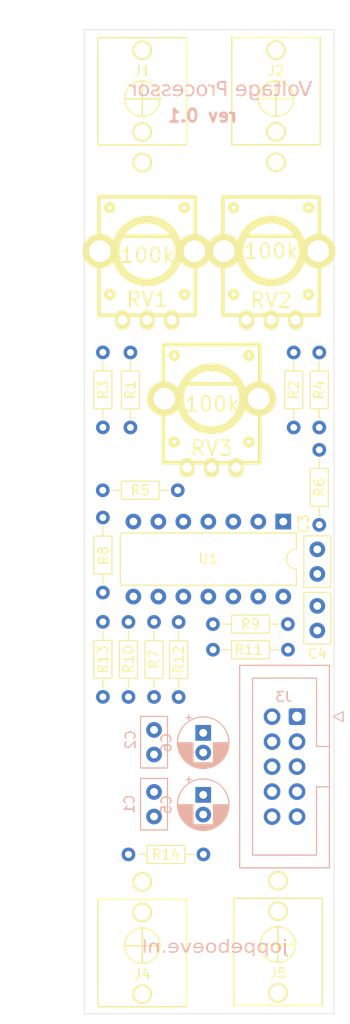
<source format=kicad_pcb>
(kicad_pcb (version 20240108) (generator "pcbnew") (generator_version "8.0")
  (title_block (title "Voltage Processor") (date "2024-07-28") (rev "0.1") (company "joppeboeve.nl"))
  (layers (0 "F.Cu" signal) (31 "B.Cu" signal) (34 "B.Paste" user) (35 "F.Paste" user) (36 "B.SilkS" user "B.Silkscreen") (37 "F.SilkS" user "F.Silkscreen") (38 "B.Mask" user) (39 "F.Mask" user) (44 "Edge.Cuts" user))
  (net 0 "")
  (net 1 "+12V")
  (net 2 "GND")
  (net 3 "-12V")
  (net 4 "Net-(J2-Pad3)")
  (net 5 "Net-(U1A--)")
  (net 7 "Net-(U1C--)")
  (net 8 "Net-(U1B--)")
  (net 9 "Net-(J4-Pad3)")
  (net 10 "Net-(R7-Pad1)")
  (net 11 "Net-(J5-Pad3)")
  (net 12 "Net-(U1D--)")
  (net 14 "Net-(U1D-+)")
  (net 15 "Net-(R1-Pad1)")
  (net 16 "Net-(R2-Pad1)")
  (net 17 "Net-(R3-Pad2)")
  (net 18 "Net-(R4-Pad2)")
  (net 19 "Net-(J1-Pad3)")
  (net 20 "Net-(R10-Pad2)")
  (net 21 "Net-(R12-Pad2)")
  (footprint "Resistor_THT:R_Axial_DIN0204_L3.6mm_D1.6mm_P7.62mm_Horizontal" (layer "F.Cu") (at 118.7 89.55 -90)
    (property "Reference" "R4" (at 3.81 0 90) (layer "F.SilkS"))
    (property "Value" "100k")
    (pad "1" thru_hole circle (at 0 0 270) (size 1.4 1.4) (drill 0.7) (layers "*.Cu" "*.Mask") (net 5 "Net-(U1A--)"))
    (pad "2" thru_hole oval (at 7.62 0 270) (size 1.4 1.4) (drill 0.7) (layers "*.Cu" "*.Mask") (net 18 "Net-(R4-Pad2)"))
  )
  (footprint "Resistor_THT:R_Axial_DIN0204_L3.6mm_D1.6mm_P7.62mm_Horizontal" (layer "F.Cu") (at 99.3 124.55 90)
    (property "Reference" "R10" (at 3.81 0 90) (layer "F.SilkS"))
    (property "Value" "100k")
    (pad "1" thru_hole circle (at 0 0 90) (size 1.4 1.4) (drill 0.7) (layers "*.Cu" "*.Mask") (net 7 "Net-(U1C--)"))
    (pad "2" thru_hole oval (at 7.62 0 90) (size 1.4 1.4) (drill 0.7) (layers "*.Cu" "*.Mask") (net 20 "Net-(R10-Pad2)"))
  )
  (footprint "Capacitor_THT:C_Disc_D5.0mm_W2.5mm_P2.50mm" (layer "F.Cu") (at 118.5 117.8 90)
    (property "Reference" "C4" (at -2.35 0 0) (layer "F.SilkS"))
    (property "Value" "0.1uF")
    (pad "1" thru_hole circle (at 0 0 90) (size 1.6 1.6) (drill 0.8) (layers "*.Cu" "*.Mask") (net 2 "GND"))
    (pad "2" thru_hole circle (at 2.5 0 90) (size 1.6 1.6) (drill 0.8) (layers "*.Cu" "*.Mask") (net 3 "-12V"))
  )
  (footprint "Capacitor_THT:C_Disc_D5.0mm_W2.5mm_P2.50mm" (layer "F.Cu") (at 118.5 109.55 -90)
    (property "Reference" "C3" (at -2.6 1.4 -90) (layer "F.SilkS"))
    (property "Value" "0.1uF")
    (pad "1" thru_hole circle (at 0 0 270) (size 1.6 1.6) (drill 0.8) (layers "*.Cu" "*.Mask") (net 1 "+12V"))
    (pad "2" thru_hole circle (at 2.5 0 270) (size 1.6 1.6) (drill 0.8) (layers "*.Cu" "*.Mask") (net 2 "GND"))
  )
  (footprint "Eurocad:PJ301M-12" (layer "F.Cu") (at 100.7 149.83 180)
    (property "Reference" "J4" (at 0 -2.92 0) (layer "F.SilkS"))
    (property "Value" "PJ301M-12")
    (pad "1" thru_hole circle (at 0 6.48 180) (size 2 1.8) (drill 1.6) (layers "*.Cu" "*.Mask" "F.SilkS") (net 2 "GND"))
    (pad "2" thru_hole circle (at 0 3.38 180) (size 2 1.8) (drill 1.6) (layers "*.Cu" "*.Mask" "F.SilkS"))
    (pad "3" thru_hole circle (at 0 -4.92 180) (size 2 1.8) (drill 1.6) (layers "*.Cu" "*.Mask" "F.SilkS") (net 9 "Net-(J4-Pad3)"))
  )
  (footprint "Resistor_THT:R_Axial_DIN0204_L3.6mm_D1.6mm_P7.62mm_Horizontal" (layer "F.Cu") (at 99.5 89.55 -90)
    (property "Reference" "R1" (at 3.81 0 90) (layer "F.SilkS"))
    (property "Value" "100k")
    (pad "1" thru_hole circle (at 0 0 270) (size 1.4 1.4) (drill 0.7) (layers "*.Cu" "*.Mask") (net 15 "Net-(R1-Pad1)"))
    (pad "2" thru_hole oval (at 7.62 0 270) (size 1.4 1.4) (drill 0.7) (layers "*.Cu" "*.Mask") (net 8 "Net-(U1B--)"))
  )
  (footprint "Resistor_THT:R_Axial_DIN0204_L3.6mm_D1.6mm_P7.62mm_Horizontal" (layer "F.Cu") (at 118.7 99.44 -90)
    (property "Reference" "R6" (at 3.81 0 90) (layer "F.SilkS"))
    (property "Value" "100k")
    (pad "1" thru_hole circle (at 0 0 270) (size 1.4 1.4) (drill 0.7) (layers "*.Cu" "*.Mask") (net 18 "Net-(R4-Pad2)"))
    (pad "2" thru_hole oval (at 7.62 0 270) (size 1.4 1.4) (drill 0.7) (layers "*.Cu" "*.Mask") (net 7 "Net-(U1C--)"))
  )
  (footprint "libararies:trimmer_alps-rk09k1130ah1" (layer "F.Cu") (at 113.8 79.25)
    (property "Reference" "RV2" (at 0 5 0) (layer "F.SilkS") (effects (font (size 1.50114 1.50114) (thickness 0.20066))))
    (property "Value" "100k" (at 0 0 0) (layer "F.SilkS") (effects (font (size 1.50114 1.50114) (thickness 0.20066))))
    (pad "" thru_hole circle (at -4.8 0) (size 3.5 3.5) (drill 2.2) (layers "*.Cu" "*.Mask" "F.SilkS"))
    (pad "" thru_hole circle (at 4.8 0) (size 3.5 3.5) (drill 2.2) (layers "*.Cu" "*.Mask" "F.SilkS"))
    (pad "1" thru_hole oval (at -2.5 7) (size 1.5 2) (drill 1) (layers "*.Cu" "*.Mask" "F.SilkS") (net 2 "GND"))
    (pad "2" thru_hole oval (at 0 7) (size 1.5 2) (drill 1) (layers "*.Cu" "*.Mask" "F.SilkS") (net 16 "Net-(R2-Pad1)"))
    (pad "3" thru_hole oval (at 2.5 7) (size 1.5 2) (drill 1) (layers "*.Cu" "*.Mask" "F.SilkS") (net 4 "Net-(J2-Pad3)"))
  )
  (footprint "Resistor_THT:R_Axial_DIN0204_L3.6mm_D1.6mm_P7.62mm_Horizontal" (layer "F.Cu") (at 96.69 103.55)
    (property "Reference" "R5" (at 3.81 0 0) (layer "F.SilkS"))
    (property "Value" "100k")
    (pad "1" thru_hole circle (at 0 0) (size 1.4 1.4) (drill 0.7) (layers "*.Cu" "*.Mask") (net 17 "Net-(R3-Pad2)"))
    (pad "2" thru_hole oval (at 7.62 0) (size 1.4 1.4) (drill 0.7) (layers "*.Cu" "*.Mask") (net 7 "Net-(U1C--)"))
  )
  (footprint "Resistor_THT:R_Axial_DIN0204_L3.6mm_D1.6mm_P7.62mm_Horizontal" (layer "F.Cu") (at 96.7 106.32 -90)
    (property "Reference" "R8" (at 3.88 -0.05 90) (layer "F.SilkS"))
    (property "Value" "100k")
    (pad "1" thru_hole circle (at 0 0 270) (size 1.4 1.4) (drill 0.7) (layers "*.Cu" "*.Mask") (net 17 "Net-(R3-Pad2)"))
    (pad "2" thru_hole oval (at 7.62 0 270) (size 1.4 1.4) (drill 0.7) (layers "*.Cu" "*.Mask") (net 12 "Net-(U1D--)"))
  )
  (footprint "Resistor_THT:R_Axial_DIN0204_L3.6mm_D1.6mm_P7.62mm_Horizontal" (layer "F.Cu") (at 104.4 116.94 -90)
    (property "Reference" "R12" (at 3.81 0 90) (layer "F.SilkS"))
    (property "Value" "100k")
    (pad "1" thru_hole circle (at 0 0 270) (size 1.4 1.4) (drill 0.7) (layers "*.Cu" "*.Mask") (net 12 "Net-(U1D--)"))
    (pad "2" thru_hole oval (at 7.62 0 270) (size 1.4 1.4) (drill 0.7) (layers "*.Cu" "*.Mask") (net 21 "Net-(R12-Pad2)"))
  )
  (footprint "Resistor_THT:R_Axial_DIN0204_L3.6mm_D1.6mm_P7.62mm_Horizontal" (layer "F.Cu") (at 99.3 140.55)
    (property "Reference" "R14" (at 3.81 0 0) (layer "F.SilkS"))
    (property "Value" "1k")
    (pad "1" thru_hole circle (at 0 0) (size 1.4 1.4) (drill 0.7) (layers "*.Cu" "*.Mask") (net 21 "Net-(R12-Pad2)"))
    (pad "2" thru_hole oval (at 7.62 0) (size 1.4 1.4) (drill 0.7) (layers "*.Cu" "*.Mask") (net 11 "Net-(J5-Pad3)"))
  )
  (footprint "libararies:trimmer_alps-rk09k1130ah1" (layer "F.Cu") (at 101.2 79.25)
    (property "Reference" "RV1" (at 0 4.92175 0) (layer "F.SilkS") (effects (font (size 1.50114 1.50114) (thickness 0.20066))))
    (property "Value" "100k" (at 0 0.42175 0) (layer "F.SilkS") (effects (font (size 1.50114 1.50114) (thickness 0.20066))))
    (pad "" thru_hole circle (at -4.8 0) (size 3.5 3.5) (drill 2.2) (layers "*.Cu" "*.Mask" "F.SilkS"))
    (pad "" thru_hole circle (at 4.8 0) (size 3.5 3.5) (drill 2.2) (layers "*.Cu" "*.Mask" "F.SilkS"))
    (pad "1" thru_hole oval (at -2.5 7) (size 1.5 2) (drill 1) (layers "*.Cu" "*.Mask" "F.SilkS") (net 2 "GND"))
    (pad "2" thru_hole oval (at 0 7) (size 1.5 2) (drill 1) (layers "*.Cu" "*.Mask" "F.SilkS") (net 15 "Net-(R1-Pad1)"))
    (pad "3" thru_hole oval (at 2.5 7) (size 1.5 2) (drill 1) (layers "*.Cu" "*.Mask" "F.SilkS") (net 19 "Net-(J1-Pad3)"))
  )
  (footprint "Eurocad:PJ301M-12" (layer "F.Cu") (at 114.5 149.7025 180)
    (property "Reference" "J5" (at 0 -2.92 0) (layer "F.SilkS"))
    (property "Value" "PJ301M-12")
    (pad "1" thru_hole circle (at 0 6.48 180) (size 2 1.8) (drill 1.6) (layers "*.Cu" "*.Mask" "F.SilkS") (net 2 "GND"))
    (pad "2" thru_hole circle (at 0 3.38 180) (size 2 1.8) (drill 1.6) (layers "*.Cu" "*.Mask" "F.SilkS"))
    (pad "3" thru_hole circle (at 0 -4.92 180) (size 2 1.8) (drill 1.6) (layers "*.Cu" "*.Mask" "F.SilkS") (net 11 "Net-(J5-Pad3)"))
  )
  (footprint "Resistor_THT:R_Axial_DIN0204_L3.6mm_D1.6mm_P7.62mm_Horizontal" (layer "F.Cu") (at 96.7 89.54 -90)
    (property "Reference" "R3" (at 3.81 0 90) (layer "F.SilkS"))
    (property "Value" "100k")
    (pad "1" thru_hole circle (at 0 0 270) (size 1.4 1.4) (drill 0.7) (layers "*.Cu" "*.Mask") (net 8 "Net-(U1B--)"))
    (pad "2" thru_hole oval (at 7.62 0 270) (size 1.4 1.4) (drill 0.7) (layers "*.Cu" "*.Mask") (net 17 "Net-(R3-Pad2)"))
  )
  (footprint "libararies:trimmer_alps-rk09k1130ah1" (layer "F.Cu") (at 107.75 94.25)
    (property "Reference" "RV3" (at 0 5.035 0) (layer "F.SilkS") (effects (font (size 1.50114 1.50114) (thickness 0.20066))))
    (property "Value" "100k" (at 0.046 0.535 0) (layer "F.SilkS") (effects (font (size 1.50114 1.50114) (thickness 0.20066))))
    (pad "" thru_hole circle (at -4.8 0) (size 3.5 3.5) (drill 2.2) (layers "*.Cu" "*.Mask" "F.SilkS"))
    (pad "" thru_hole circle (at 4.8 0) (size 3.5 3.5) (drill 2.2) (layers "*.Cu" "*.Mask" "F.SilkS"))
    (pad "1" thru_hole oval (at -2.5 7) (size 1.5 2) (drill 1) (layers "*.Cu" "*.Mask" "F.SilkS") (net 1 "+12V"))
    (pad "2" thru_hole oval (at 0 7) (size 1.5 2) (drill 1) (layers "*.Cu" "*.Mask" "F.SilkS") (net 10 "Net-(R7-Pad1)"))
    (pad "3" thru_hole oval (at 2.5 7) (size 1.5 2) (drill 1) (layers "*.Cu" "*.Mask" "F.SilkS") (net 3 "-12V"))
  )
  (footprint "Eurocad:PJ301M-12" (layer "F.Cu") (at 100.7 63.77)
    (property "Reference" "J1" (at 0 -2.82 0) (layer "F.SilkS"))
    (property "Value" "PJ301M-12")
    (pad "1" thru_hole circle (at 0 6.48) (size 2 1.8) (drill 1.6) (layers "*.Cu" "*.Mask" "F.SilkS") (net 2 "GND"))
    (pad "2" thru_hole circle (at 0 3.38) (size 2 1.8) (drill 1.6) (layers "*.Cu" "*.Mask" "F.SilkS") (net 2 "GND"))
    (pad "3" thru_hole circle (at 0 -4.92) (size 2 1.8) (drill 1.6) (layers "*.Cu" "*.Mask" "F.SilkS") (net 19 "Net-(J1-Pad3)"))
  )
  (footprint "Eurocad:PJ301M-12" (layer "F.Cu") (at 114.3 63.75)
    (property "Reference" "J2" (at 0 -2.8 0) (layer "F.SilkS"))
    (property "Value" "PJ301M-12")
    (pad "1" thru_hole circle (at 0 6.48) (size 2 1.8) (drill 1.6) (layers "*.Cu" "*.Mask" "F.SilkS") (net 2 "GND"))
    (pad "2" thru_hole circle (at 0 3.38) (size 2 1.8) (drill 1.6) (layers "*.Cu" "*.Mask" "F.SilkS") (net 2 "GND"))
    (pad "3" thru_hole circle (at 0 -4.92) (size 2 1.8) (drill 1.6) (layers "*.Cu" "*.Mask" "F.SilkS") (net 4 "Net-(J2-Pad3)"))
  )
  (footprint "Resistor_THT:R_Axial_DIN0204_L3.6mm_D1.6mm_P7.62mm_Horizontal" (layer "F.Cu") (at 115.51 117.15 180)
    (property "Reference" "R9" (at 3.81 0 0) (layer "F.SilkS"))
    (property "Value" "100k")
    (pad "1" thru_hole circle (at 0 0 180) (size 1.4 1.4) (drill 0.7) (layers "*.Cu" "*.Mask") (net 18 "Net-(R4-Pad2)"))
    (pad "2" thru_hole oval (at 7.62 0 180) (size 1.4 1.4) (drill 0.7) (layers "*.Cu" "*.Mask") (net 14 "Net-(U1D-+)"))
  )
  (footprint "Package_DIP:DIP-14_W7.62mm" (layer "F.Cu") (at 115.04 106.73 -90)
    (property "Reference" "U1" (at 3.8 7.625 180) (layer "F.SilkS"))
    (property "Value" "TL074")
    (pad "1" thru_hole rect (at 0 0 270) (size 1.6 1.6) (drill 0.8) (layers "*.Cu" "*.Mask") (net 18 "Net-(R4-Pad2)"))
    (pad "2" thru_hole oval (at 0 2.54 270) (size 1.6 1.6) (drill 0.8) (layers "*.Cu" "*.Mask") (net 5 "Net-(U1A--)"))
    (pad "3" thru_hole oval (at 0 5.08 270) (size 1.6 1.6) (drill 0.8) (layers "*.Cu" "*.Mask") (net 2 "GND"))
    (pad "4" thru_hole oval (at 0 7.62 270) (size 1.6 1.6) (drill 0.8) (layers "*.Cu" "*.Mask") (net 1 "+12V"))
    (pad "5" thru_hole oval (at 0 10.16 270) (size 1.6 1.6) (drill 0.8) (layers "*.Cu" "*.Mask") (net 2 "GND"))
    (pad "6" thru_hole oval (at 0 12.7 270) (size 1.6 1.6) (drill 0.8) (layers "*.Cu" "*.Mask") (net 8 "Net-(U1B--)"))
    (pad "7" thru_hole oval (at 0 15.24 270) (size 1.6 1.6) (drill 0.8) (layers "*.Cu" "*.Mask") (net 17 "Net-(R3-Pad2)"))
    (pad "8" thru_hole oval (at 7.62 15.24 270) (size 1.6 1.6) (drill 0.8) (layers "*.Cu" "*.Mask") (net 20 "Net-(R10-Pad2)"))
    (pad "9" thru_hole oval (at 7.62 12.7 270) (size 1.6 1.6) (drill 0.8) (layers "*.Cu" "*.Mask") (net 7 "Net-(U1C--)"))
    (pad "10" thru_hole oval (at 7.62 10.16 270) (size 1.6 1.6) (drill 0.8) (layers "*.Cu" "*.Mask") (net 2 "GND"))
    (pad "11" thru_hole oval (at 7.62 7.62 270) (size 1.6 1.6) (drill 0.8) (layers "*.Cu" "*.Mask") (net 3 "-12V"))
    (pad "12" thru_hole oval (at 7.62 5.08 270) (size 1.6 1.6) (drill 0.8) (layers "*.Cu" "*.Mask") (net 14 "Net-(U1D-+)"))
    (pad "13" thru_hole oval (at 7.62 2.54 270) (size 1.6 1.6) (drill 0.8) (layers "*.Cu" "*.Mask") (net 12 "Net-(U1D--)"))
    (pad "14" thru_hole oval (at 7.62 0 270) (size 1.6 1.6) (drill 0.8) (layers "*.Cu" "*.Mask") (net 21 "Net-(R12-Pad2)"))
  )
  (footprint "Resistor_THT:R_Axial_DIN0204_L3.6mm_D1.6mm_P7.62mm_Horizontal" (layer "F.Cu") (at 101.9 124.55 90)
    (property "Reference" "R7" (at 3.81 0 90) (layer "F.SilkS"))
    (property "Value" "100k")
    (pad "1" thru_hole circle (at 0 0 90) (size 1.4 1.4) (drill 0.7) (layers "*.Cu" "*.Mask") (net 10 "Net-(R7-Pad1)"))
    (pad "2" thru_hole oval (at 7.62 0 90) (size 1.4 1.4) (drill 0.7) (layers "*.Cu" "*.Mask") (net 7 "Net-(U1C--)"))
  )
  (footprint "Resistor_THT:R_Axial_DIN0204_L3.6mm_D1.6mm_P7.62mm_Horizontal" (layer "F.Cu") (at 96.7 116.92 -90)
    (property "Reference" "R13" (at 3.81 0 90) (layer "F.SilkS"))
    (property "Value" "1k")
    (pad "1" thru_hole circle (at 0 0 270) (size 1.4 1.4) (drill 0.7) (layers "*.Cu" "*.Mask") (net 20 "Net-(R10-Pad2)"))
    (pad "2" thru_hole oval (at 7.62 0 270) (size 1.4 1.4) (drill 0.7) (layers "*.Cu" "*.Mask") (net 9 "Net-(J4-Pad3)"))
  )
  (footprint "Resistor_THT:R_Axial_DIN0204_L3.6mm_D1.6mm_P7.62mm_Horizontal" (layer "F.Cu") (at 116.1 89.55 -90)
    (property "Reference" "R2" (at 3.81 0 90) (layer "F.SilkS"))
    (property "Value" "100k")
    (pad "1" thru_hole circle (at 0 0 270) (size 1.4 1.4) (drill 0.7) (layers "*.Cu" "*.Mask") (net 16 "Net-(R2-Pad1)"))
    (pad "2" thru_hole oval (at 7.62 0 270) (size 1.4 1.4) (drill 0.7) (layers "*.Cu" "*.Mask") (net 5 "Net-(U1A--)"))
  )
  (footprint "Resistor_THT:R_Axial_DIN0204_L3.6mm_D1.6mm_P7.62mm_Horizontal" (layer "F.Cu") (at 115.52 119.75 180)
    (property "Reference" "R11" (at 4 0 0) (layer "F.SilkS"))
    (property "Value" "100k")
    (pad "1" thru_hole circle (at 0 0 180) (size 1.4 1.4) (drill 0.7) (layers "*.Cu" "*.Mask") (net 2 "GND"))
    (pad "2" thru_hole oval (at 7.62 0 180) (size 1.4 1.4) (drill 0.7) (layers "*.Cu" "*.Mask") (net 14 "Net-(U1D-+)"))
  )
  (footprint "Capacitor_THT:CP_Radial_D5.0mm_P2.00mm" (layer "B.Cu") (at 106.9 128.2 -90)
    (property "Reference" "C6" (at 1 3.75 90) (layer "B.SilkS") (effects (justify mirror)))
    (property "Value" "47uF")
    (pad "1" thru_hole rect (at 0 0 270) (size 1.6 1.6) (drill 0.8) (layers "*.Cu" "*.Mask") (net 2 "GND"))
    (pad "2" thru_hole circle (at 2 0 270) (size 1.6 1.6) (drill 0.8) (layers "*.Cu" "*.Mask") (net 3 "-12V"))
  )
  (footprint "Capacitor_THT:C_Disc_D5.0mm_W2.5mm_P2.50mm" (layer "B.Cu") (at 101.9 134.2 -90)
    (property "Reference" "C1" (at 1.25 2.5 90) (layer "B.SilkS") (effects (justify mirror)))
    (property "Value" "0.1uF")
    (pad "1" thru_hole circle (at 0 0 270) (size 1.6 1.6) (drill 0.8) (layers "*.Cu" "*.Mask") (net 1 "+12V"))
    (pad "2" thru_hole circle (at 2.5 0 270) (size 1.6 1.6) (drill 0.8) (layers "*.Cu" "*.Mask") (net 2 "GND"))
  )
  (footprint "Connector_IDC:IDC-Header_2x05_P2.54mm_Vertical" (layer "B.Cu") (at 116.44 126.55 180)
    (property "Reference" "J3" (at 1.34 2 180) (layer "B.SilkS") (effects (justify mirror)))
    (property "Value" "Eurorack power")
    (pad "1" thru_hole roundrect (at 0 0 180) (size 1.7 1.7) (drill 1) (layers "*.Cu" "*.Mask") (roundrect_rratio 0.147059) (net 3 "-12V"))
    (pad "2" thru_hole circle (at 2.54 0 180) (size 1.7 1.7) (drill 1) (layers "*.Cu" "*.Mask") (net 3 "-12V"))
    (pad "3" thru_hole circle (at 0 -2.54 180) (size 1.7 1.7) (drill 1) (layers "*.Cu" "*.Mask") (net 2 "GND"))
    (pad "4" thru_hole circle (at 2.54 -2.54 180) (size 1.7 1.7) (drill 1) (layers "*.Cu" "*.Mask") (net 2 "GND"))
    (pad "5" thru_hole circle (at 0 -5.08 180) (size 1.7 1.7) (drill 1) (layers "*.Cu" "*.Mask") (net 2 "GND"))
    (pad "6" thru_hole circle (at 2.54 -5.08 180) (size 1.7 1.7) (drill 1) (layers "*.Cu" "*.Mask") (net 2 "GND"))
    (pad "7" thru_hole circle (at 0 -7.62 180) (size 1.7 1.7) (drill 1) (layers "*.Cu" "*.Mask") (net 2 "GND"))
    (pad "8" thru_hole circle (at 2.54 -7.62 180) (size 1.7 1.7) (drill 1) (layers "*.Cu" "*.Mask") (net 2 "GND"))
    (pad "9" thru_hole circle (at 0 -10.16 180) (size 1.7 1.7) (drill 1) (layers "*.Cu" "*.Mask") (net 1 "+12V"))
    (pad "10" thru_hole circle (at 2.54 -10.16 180) (size 1.7 1.7) (drill 1) (layers "*.Cu" "*.Mask") (net 1 "+12V"))
  )
  (footprint "Capacitor_THT:CP_Radial_D5.0mm_P2.00mm" (layer "B.Cu") (at 106.9 134.5 -90)
    (property "Reference" "C5" (at 1 3.75 90) (layer "B.SilkS") (effects (justify mirror)))
    (property "Value" "47uF")
    (pad "1" thru_hole rect (at 0 0 270) (size 1.6 1.6) (drill 0.8) (layers "*.Cu" "*.Mask") (net 1 "+12V"))
    (pad "2" thru_hole circle (at 2 0 270) (size 1.6 1.6) (drill 0.8) (layers "*.Cu" "*.Mask") (net 2 "GND"))
  )
  (footprint "Capacitor_THT:C_Disc_D5.0mm_W2.5mm_P2.50mm" (layer "B.Cu") (at 101.9 127.9 -90)
    (property "Reference" "C2" (at 1 2.4 90) (layer "B.SilkS") (effects (justify mirror)))
    (property "Value" "0.1uF")
    (pad "1" thru_hole circle (at 0 0 270) (size 1.6 1.6) (drill 0.8) (layers "*.Cu" "*.Mask") (net 2 "GND"))
    (pad "2" thru_hole circle (at 2.5 0 270) (size 1.6 1.6) (drill 0.8) (layers "*.Cu" "*.Mask") (net 3 "-12V"))
  )
  (gr_line (start 120.2 156.75) (end 94.8 156.75) (stroke (width 0.05)) (layer "Edge.Cuts"))
  (gr_line (start 120.2 56.75) (end 120.2 156.75) (stroke (width 0.05)) (layer "Edge.Cuts"))
  (gr_line (start 94.8 56.75) (end 120.2 56.75) (stroke (width 0.05)) (layer "Edge.Cuts"))
  (gr_line (start 94.8 156.75) (end 94.8 56.75) (stroke (width 0.05)) (layer "Edge.Cuts"))
  (gr_text "rev 0.1" (at 110.5 66.25 0) (layer "B.SilkS") (effects (font (size 1.3 1.3) (thickness 0.275) (bold yes)) (justify left bottom mirror)))
  (gr_text "Voltage Processor" (at 118 63.75 0) (layer "B.SilkS") (effects (font (size 1.5 1.5) (thickness 0.2)) (justify left bottom mirror)))
  (gr_text "joppeboeve.nl" (at 115.5 150.75 0) (layer "B.SilkS") (effects (font (size 1.3 1.5) (thickness 0.1)) (justify left bottom mirror)))
)
</source>
